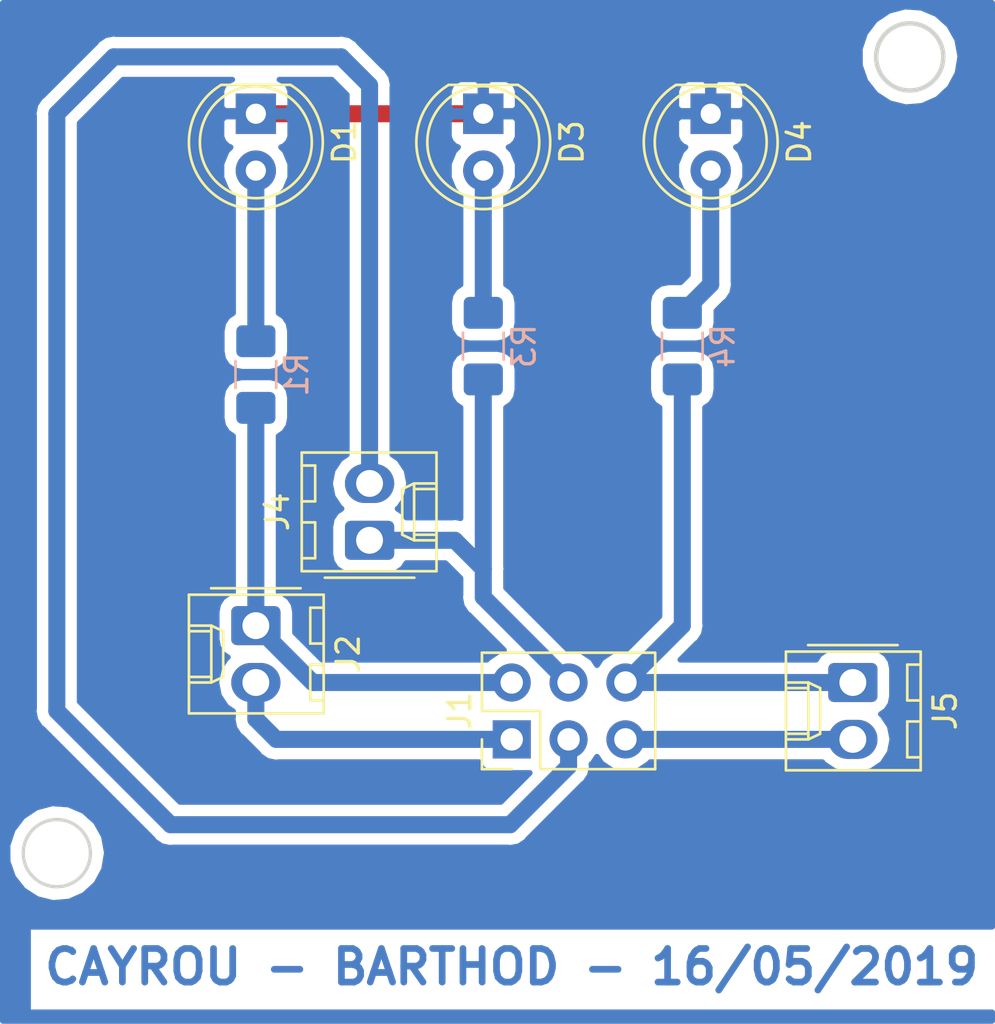
<source format=kicad_pcb>
(kicad_pcb (version 20171130) (host pcbnew 5.0.2-bee76a0~70~ubuntu16.04.1)

  (general
    (thickness 1.6)
    (drawings 3)
    (tracks 30)
    (zones 0)
    (modules 10)
    (nets 11)
  )

  (page A4)
  (title_block
    (title "Carte Facade petit rebot")
    (date 2019-05-16)
    (rev v1)
    (company "Club Robot")
  )

  (layers
    (0 F.Cu signal)
    (31 B.Cu signal)
    (32 B.Adhes user)
    (33 F.Adhes user)
    (34 B.Paste user)
    (35 F.Paste user)
    (36 B.SilkS user)
    (37 F.SilkS user)
    (38 B.Mask user)
    (39 F.Mask user)
    (40 Dwgs.User user)
    (41 Cmts.User user)
    (42 Eco1.User user)
    (43 Eco2.User user)
    (44 Edge.Cuts user)
    (45 Margin user)
    (46 B.CrtYd user)
    (47 F.CrtYd user)
    (48 B.Fab user)
    (49 F.Fab user)
  )

  (setup
    (last_trace_width 0.762)
    (user_trace_width 0.254)
    (user_trace_width 0.381)
    (user_trace_width 0.762)
    (trace_clearance 0.381)
    (zone_clearance 0.508)
    (zone_45_only no)
    (trace_min 0.2)
    (segment_width 0.2)
    (edge_width 0.15)
    (via_size 0.8)
    (via_drill 0.4)
    (via_min_size 0.4)
    (via_min_drill 0.3)
    (uvia_size 0.3)
    (uvia_drill 0.1)
    (uvias_allowed no)
    (uvia_min_size 0.2)
    (uvia_min_drill 0.1)
    (pcb_text_width 0.3)
    (pcb_text_size 1.5 1.5)
    (mod_edge_width 0.15)
    (mod_text_size 1 1)
    (mod_text_width 0.15)
    (pad_size 1.425 1.75)
    (pad_drill 0)
    (pad_to_mask_clearance 0.051)
    (solder_mask_min_width 0.25)
    (aux_axis_origin 0 0)
    (visible_elements 7FFFFFFF)
    (pcbplotparams
      (layerselection 0x010fc_ffffffff)
      (usegerberextensions false)
      (usegerberattributes false)
      (usegerberadvancedattributes false)
      (creategerberjobfile false)
      (excludeedgelayer true)
      (linewidth 0.100000)
      (plotframeref false)
      (viasonmask false)
      (mode 1)
      (useauxorigin false)
      (hpglpennumber 1)
      (hpglpenspeed 20)
      (hpglpendiameter 15.000000)
      (psnegative false)
      (psa4output false)
      (plotreference true)
      (plotvalue true)
      (plotinvisibletext false)
      (padsonsilk false)
      (subtractmaskfromsilk false)
      (outputformat 1)
      (mirror false)
      (drillshape 1)
      (scaleselection 1)
      (outputdirectory ""))
  )

  (net 0 "")
  (net 1 GND)
  (net 2 "Net-(D1-Pad2)")
  (net 3 "Net-(D3-Pad2)")
  (net 4 "Net-(D4-Pad2)")
  (net 5 +5V)
  (net 6 +7.5V)
  (net 7 +15V)
  (net 8 "Net-(J1-Pad6)")
  (net 9 "Net-(J1-Pad2)")
  (net 10 "Net-(J1-Pad4)")

  (net_class Default "This is the default net class."
    (clearance 0.381)
    (trace_width 0.381)
    (via_dia 0.8)
    (via_drill 0.4)
    (uvia_dia 0.3)
    (uvia_drill 0.1)
    (add_net +15V)
    (add_net +5V)
    (add_net +7.5V)
    (add_net GND)
    (add_net "Net-(D1-Pad2)")
    (add_net "Net-(D3-Pad2)")
    (add_net "Net-(D4-Pad2)")
    (add_net "Net-(J1-Pad2)")
    (add_net "Net-(J1-Pad4)")
    (add_net "Net-(J1-Pad6)")
  )

  (module LED_THT:LED_D5.0mm (layer F.Cu) (tedit 5995936A) (tstamp 5CB29FB5)
    (at 91.44 44.45 270)
    (descr "LED, diameter 5.0mm, 2 pins, http://cdn-reichelt.de/documents/datenblatt/A500/LL-504BC2E-009.pdf")
    (tags "LED diameter 5.0mm 2 pins")
    (path /5CA62E8F)
    (fp_text reference D3 (at 1.27 -3.96 270) (layer F.SilkS)
      (effects (font (size 1 1) (thickness 0.15)))
    )
    (fp_text value LED (at 1.27 3.96 270) (layer F.Fab)
      (effects (font (size 1 1) (thickness 0.15)))
    )
    (fp_arc (start 1.27 0) (end -1.23 -1.469694) (angle 299.1) (layer F.Fab) (width 0.1))
    (fp_arc (start 1.27 0) (end -1.29 -1.54483) (angle 148.9) (layer F.SilkS) (width 0.12))
    (fp_arc (start 1.27 0) (end -1.29 1.54483) (angle -148.9) (layer F.SilkS) (width 0.12))
    (fp_circle (center 1.27 0) (end 3.77 0) (layer F.Fab) (width 0.1))
    (fp_circle (center 1.27 0) (end 3.77 0) (layer F.SilkS) (width 0.12))
    (fp_line (start -1.23 -1.469694) (end -1.23 1.469694) (layer F.Fab) (width 0.1))
    (fp_line (start -1.29 -1.545) (end -1.29 1.545) (layer F.SilkS) (width 0.12))
    (fp_line (start -1.95 -3.25) (end -1.95 3.25) (layer F.CrtYd) (width 0.05))
    (fp_line (start -1.95 3.25) (end 4.5 3.25) (layer F.CrtYd) (width 0.05))
    (fp_line (start 4.5 3.25) (end 4.5 -3.25) (layer F.CrtYd) (width 0.05))
    (fp_line (start 4.5 -3.25) (end -1.95 -3.25) (layer F.CrtYd) (width 0.05))
    (fp_text user %R (at 1.25 0 270) (layer F.Fab)
      (effects (font (size 0.8 0.8) (thickness 0.2)))
    )
    (pad 1 thru_hole rect (at 0 0 270) (size 1.8 1.8) (drill 0.9) (layers *.Cu *.Mask)
      (net 1 GND))
    (pad 2 thru_hole circle (at 2.54 0 270) (size 1.8 1.8) (drill 0.9) (layers *.Cu *.Mask)
      (net 3 "Net-(D3-Pad2)"))
    (model ${KISYS3DMOD}/LED_THT.3dshapes/LED_D5.0mm.wrl
      (at (xyz 0 0 0))
      (scale (xyz 1 1 1))
      (rotate (xyz 0 0 0))
    )
  )

  (module Resistor_SMD:R_1206_3216Metric_Pad1.42x1.75mm_HandSolder (layer B.Cu) (tedit 5B301BBD) (tstamp 5CDD7056)
    (at 100.33 54.8275 90)
    (descr "Resistor SMD 1206 (3216 Metric), square (rectangular) end terminal, IPC_7351 nominal with elongated pad for handsoldering. (Body size source: http://www.tortai-tech.com/upload/download/2011102023233369053.pdf), generated with kicad-footprint-generator")
    (tags "resistor handsolder")
    (path /5CA630CB)
    (attr smd)
    (fp_text reference R4 (at 0 1.82 90) (layer B.SilkS)
      (effects (font (size 1 1) (thickness 0.15)) (justify mirror))
    )
    (fp_text value R (at 0 -1.82 90) (layer B.Fab)
      (effects (font (size 1 1) (thickness 0.15)) (justify mirror))
    )
    (fp_text user %R (at 0 0 90) (layer B.Fab)
      (effects (font (size 0.8 0.8) (thickness 0.12)) (justify mirror))
    )
    (fp_line (start 2.45 -1.12) (end -2.45 -1.12) (layer B.CrtYd) (width 0.05))
    (fp_line (start 2.45 1.12) (end 2.45 -1.12) (layer B.CrtYd) (width 0.05))
    (fp_line (start -2.45 1.12) (end 2.45 1.12) (layer B.CrtYd) (width 0.05))
    (fp_line (start -2.45 -1.12) (end -2.45 1.12) (layer B.CrtYd) (width 0.05))
    (fp_line (start -0.602064 -0.91) (end 0.602064 -0.91) (layer B.SilkS) (width 0.12))
    (fp_line (start -0.602064 0.91) (end 0.602064 0.91) (layer B.SilkS) (width 0.12))
    (fp_line (start 1.6 -0.8) (end -1.6 -0.8) (layer B.Fab) (width 0.1))
    (fp_line (start 1.6 0.8) (end 1.6 -0.8) (layer B.Fab) (width 0.1))
    (fp_line (start -1.6 0.8) (end 1.6 0.8) (layer B.Fab) (width 0.1))
    (fp_line (start -1.6 -0.8) (end -1.6 0.8) (layer B.Fab) (width 0.1))
    (pad 2 smd roundrect (at 1.4875 0 90) (size 1.425 1.75) (layers B.Cu B.Paste B.Mask) (roundrect_rratio 0.175439)
      (net 4 "Net-(D4-Pad2)"))
    (pad 1 smd roundrect (at -1.4875 0 90) (size 1.425 1.75) (layers B.Cu B.Paste B.Mask) (roundrect_rratio 0.175439)
      (net 8 "Net-(J1-Pad6)"))
    (model ${KISYS3DMOD}/Resistor_SMD.3dshapes/R_1206_3216Metric.wrl
      (at (xyz 0 0 0))
      (scale (xyz 1 1 1))
      (rotate (xyz 0 0 0))
    )
  )

  (module Resistor_SMD:R_1206_3216Metric_Pad1.42x1.75mm_HandSolder (layer B.Cu) (tedit 5B301BBD) (tstamp 5CAF3648)
    (at 91.44 54.8275 90)
    (descr "Resistor SMD 1206 (3216 Metric), square (rectangular) end terminal, IPC_7351 nominal with elongated pad for handsoldering. (Body size source: http://www.tortai-tech.com/upload/download/2011102023233369053.pdf), generated with kicad-footprint-generator")
    (tags "resistor handsolder")
    (path /5CA62E88)
    (attr smd)
    (fp_text reference R3 (at 0 1.82 90) (layer B.SilkS)
      (effects (font (size 1 1) (thickness 0.15)) (justify mirror))
    )
    (fp_text value R (at 0 -1.82 90) (layer B.Fab)
      (effects (font (size 1 1) (thickness 0.15)) (justify mirror))
    )
    (fp_line (start -1.6 -0.8) (end -1.6 0.8) (layer B.Fab) (width 0.1))
    (fp_line (start -1.6 0.8) (end 1.6 0.8) (layer B.Fab) (width 0.1))
    (fp_line (start 1.6 0.8) (end 1.6 -0.8) (layer B.Fab) (width 0.1))
    (fp_line (start 1.6 -0.8) (end -1.6 -0.8) (layer B.Fab) (width 0.1))
    (fp_line (start -0.602064 0.91) (end 0.602064 0.91) (layer B.SilkS) (width 0.12))
    (fp_line (start -0.602064 -0.91) (end 0.602064 -0.91) (layer B.SilkS) (width 0.12))
    (fp_line (start -2.45 -1.12) (end -2.45 1.12) (layer B.CrtYd) (width 0.05))
    (fp_line (start -2.45 1.12) (end 2.45 1.12) (layer B.CrtYd) (width 0.05))
    (fp_line (start 2.45 1.12) (end 2.45 -1.12) (layer B.CrtYd) (width 0.05))
    (fp_line (start 2.45 -1.12) (end -2.45 -1.12) (layer B.CrtYd) (width 0.05))
    (fp_text user %R (at 0 0 -90) (layer B.Fab)
      (effects (font (size 0.8 0.8) (thickness 0.12)) (justify mirror))
    )
    (pad 1 smd roundrect (at -1.4875 0 90) (size 1.425 1.75) (layers B.Cu B.Paste B.Mask) (roundrect_rratio 0.175439)
      (net 10 "Net-(J1-Pad4)"))
    (pad 2 smd roundrect (at 1.4875 0 90) (size 1.425 1.75) (layers B.Cu B.Paste B.Mask) (roundrect_rratio 0.175439)
      (net 3 "Net-(D3-Pad2)"))
    (model ${KISYS3DMOD}/Resistor_SMD.3dshapes/R_1206_3216Metric.wrl
      (at (xyz 0 0 0))
      (scale (xyz 1 1 1))
      (rotate (xyz 0 0 0))
    )
  )

  (module Connector_Molex:Molex_KK-254_AE-6410-02A_1x02_P2.54mm_Vertical (layer F.Cu) (tedit 5B78013E) (tstamp 5CB2A051)
    (at 86.36 63.5 90)
    (descr "Molex KK-254 Interconnect System, old/engineering part number: AE-6410-02A example for new part number: 22-27-2021, 2 Pins (http://www.molex.com/pdm_docs/sd/022272021_sd.pdf), generated with kicad-footprint-generator")
    (tags "connector Molex KK-254 side entry")
    (path /5CA62E7B)
    (fp_text reference J4 (at 1.27 -4.12 90) (layer F.SilkS)
      (effects (font (size 1 1) (thickness 0.15)))
    )
    (fp_text value Conn_01x02 (at 1.27 4.08 90) (layer F.Fab)
      (effects (font (size 1 1) (thickness 0.15)))
    )
    (fp_line (start -1.27 -2.92) (end -1.27 2.88) (layer F.Fab) (width 0.1))
    (fp_line (start -1.27 2.88) (end 3.81 2.88) (layer F.Fab) (width 0.1))
    (fp_line (start 3.81 2.88) (end 3.81 -2.92) (layer F.Fab) (width 0.1))
    (fp_line (start 3.81 -2.92) (end -1.27 -2.92) (layer F.Fab) (width 0.1))
    (fp_line (start -1.38 -3.03) (end -1.38 2.99) (layer F.SilkS) (width 0.12))
    (fp_line (start -1.38 2.99) (end 3.92 2.99) (layer F.SilkS) (width 0.12))
    (fp_line (start 3.92 2.99) (end 3.92 -3.03) (layer F.SilkS) (width 0.12))
    (fp_line (start 3.92 -3.03) (end -1.38 -3.03) (layer F.SilkS) (width 0.12))
    (fp_line (start -1.67 -2) (end -1.67 2) (layer F.SilkS) (width 0.12))
    (fp_line (start -1.27 -0.5) (end -0.562893 0) (layer F.Fab) (width 0.1))
    (fp_line (start -0.562893 0) (end -1.27 0.5) (layer F.Fab) (width 0.1))
    (fp_line (start 0 2.99) (end 0 1.99) (layer F.SilkS) (width 0.12))
    (fp_line (start 0 1.99) (end 2.54 1.99) (layer F.SilkS) (width 0.12))
    (fp_line (start 2.54 1.99) (end 2.54 2.99) (layer F.SilkS) (width 0.12))
    (fp_line (start 0 1.99) (end 0.25 1.46) (layer F.SilkS) (width 0.12))
    (fp_line (start 0.25 1.46) (end 2.29 1.46) (layer F.SilkS) (width 0.12))
    (fp_line (start 2.29 1.46) (end 2.54 1.99) (layer F.SilkS) (width 0.12))
    (fp_line (start 0.25 2.99) (end 0.25 1.99) (layer F.SilkS) (width 0.12))
    (fp_line (start 2.29 2.99) (end 2.29 1.99) (layer F.SilkS) (width 0.12))
    (fp_line (start -0.8 -3.03) (end -0.8 -2.43) (layer F.SilkS) (width 0.12))
    (fp_line (start -0.8 -2.43) (end 0.8 -2.43) (layer F.SilkS) (width 0.12))
    (fp_line (start 0.8 -2.43) (end 0.8 -3.03) (layer F.SilkS) (width 0.12))
    (fp_line (start 1.74 -3.03) (end 1.74 -2.43) (layer F.SilkS) (width 0.12))
    (fp_line (start 1.74 -2.43) (end 3.34 -2.43) (layer F.SilkS) (width 0.12))
    (fp_line (start 3.34 -2.43) (end 3.34 -3.03) (layer F.SilkS) (width 0.12))
    (fp_line (start -1.77 -3.42) (end -1.77 3.38) (layer F.CrtYd) (width 0.05))
    (fp_line (start -1.77 3.38) (end 4.31 3.38) (layer F.CrtYd) (width 0.05))
    (fp_line (start 4.31 3.38) (end 4.31 -3.42) (layer F.CrtYd) (width 0.05))
    (fp_line (start 4.31 -3.42) (end -1.77 -3.42) (layer F.CrtYd) (width 0.05))
    (fp_text user %R (at 1.27 -2.22 90) (layer F.Fab)
      (effects (font (size 1 1) (thickness 0.15)))
    )
    (pad 1 thru_hole roundrect (at 0 0 90) (size 1.74 2.2) (drill 1.2) (layers *.Cu *.Mask) (roundrect_rratio 0.143678)
      (net 10 "Net-(J1-Pad4)"))
    (pad 2 thru_hole oval (at 2.54 0 90) (size 1.74 2.2) (drill 1.2) (layers *.Cu *.Mask)
      (net 6 +7.5V))
    (model ${KISYS3DMOD}/Connector_Molex.3dshapes/Molex_KK-254_AE-6410-02A_1x02_P2.54mm_Vertical.wrl
      (at (xyz 0 0 0))
      (scale (xyz 1 1 1))
      (rotate (xyz 0 0 0))
    )
  )

  (module LED_THT:LED_D5.0mm (layer F.Cu) (tedit 5995936A) (tstamp 5CB29F91)
    (at 81.28 44.45 270)
    (descr "LED, diameter 5.0mm, 2 pins, http://cdn-reichelt.de/documents/datenblatt/A500/LL-504BC2E-009.pdf")
    (tags "LED diameter 5.0mm 2 pins")
    (path /5CA610AA)
    (fp_text reference D1 (at 1.27 -3.96 270) (layer F.SilkS)
      (effects (font (size 1 1) (thickness 0.15)))
    )
    (fp_text value LED (at 1.27 3.844999 270) (layer F.Fab)
      (effects (font (size 1 1) (thickness 0.15)))
    )
    (fp_arc (start 1.27 0) (end -1.23 -1.469694) (angle 299.1) (layer F.Fab) (width 0.1))
    (fp_arc (start 1.27 0) (end -1.29 -1.54483) (angle 148.9) (layer F.SilkS) (width 0.12))
    (fp_arc (start 1.27 0) (end -1.29 1.54483) (angle -148.9) (layer F.SilkS) (width 0.12))
    (fp_circle (center 1.27 0) (end 3.77 0) (layer F.Fab) (width 0.1))
    (fp_circle (center 1.27 0) (end 3.77 0) (layer F.SilkS) (width 0.12))
    (fp_line (start -1.23 -1.469694) (end -1.23 1.469694) (layer F.Fab) (width 0.1))
    (fp_line (start -1.29 -1.545) (end -1.29 1.545) (layer F.SilkS) (width 0.12))
    (fp_line (start -1.95 -3.25) (end -1.95 3.25) (layer F.CrtYd) (width 0.05))
    (fp_line (start -1.95 3.25) (end 4.5 3.25) (layer F.CrtYd) (width 0.05))
    (fp_line (start 4.5 3.25) (end 4.5 -3.25) (layer F.CrtYd) (width 0.05))
    (fp_line (start 4.5 -3.25) (end -1.95 -3.25) (layer F.CrtYd) (width 0.05))
    (fp_text user %R (at 1.25 0 270) (layer F.Fab)
      (effects (font (size 0.8 0.8) (thickness 0.2)))
    )
    (pad 1 thru_hole rect (at 0 0 270) (size 1.8 1.8) (drill 0.9) (layers *.Cu *.Mask)
      (net 1 GND))
    (pad 2 thru_hole circle (at 2.54 0 270) (size 1.8 1.8) (drill 0.9) (layers *.Cu *.Mask)
      (net 2 "Net-(D1-Pad2)"))
    (model ${KISYS3DMOD}/LED_THT.3dshapes/LED_D5.0mm.wrl
      (at (xyz 0 0 0))
      (scale (xyz 1 1 1))
      (rotate (xyz 0 0 0))
    )
  )

  (module Connector_PinHeader_2.54mm:PinHeader_2x03_P2.54mm_Vertical (layer F.Cu) (tedit 59FED5CC) (tstamp 5CDD6C5D)
    (at 92.71 72.39 90)
    (descr "Through hole straight pin header, 2x03, 2.54mm pitch, double rows")
    (tags "Through hole pin header THT 2x03 2.54mm double row")
    (path /5CDD887E)
    (fp_text reference J1 (at 1.27 -2.33 90) (layer F.SilkS)
      (effects (font (size 1 1) (thickness 0.15)))
    )
    (fp_text value Conn_02x03_Odd_Even (at 1.27 7.41 90) (layer F.Fab)
      (effects (font (size 1 1) (thickness 0.15)))
    )
    (fp_line (start 0 -1.27) (end 3.81 -1.27) (layer F.Fab) (width 0.1))
    (fp_line (start 3.81 -1.27) (end 3.81 6.35) (layer F.Fab) (width 0.1))
    (fp_line (start 3.81 6.35) (end -1.27 6.35) (layer F.Fab) (width 0.1))
    (fp_line (start -1.27 6.35) (end -1.27 0) (layer F.Fab) (width 0.1))
    (fp_line (start -1.27 0) (end 0 -1.27) (layer F.Fab) (width 0.1))
    (fp_line (start -1.33 6.41) (end 3.87 6.41) (layer F.SilkS) (width 0.12))
    (fp_line (start -1.33 1.27) (end -1.33 6.41) (layer F.SilkS) (width 0.12))
    (fp_line (start 3.87 -1.33) (end 3.87 6.41) (layer F.SilkS) (width 0.12))
    (fp_line (start -1.33 1.27) (end 1.27 1.27) (layer F.SilkS) (width 0.12))
    (fp_line (start 1.27 1.27) (end 1.27 -1.33) (layer F.SilkS) (width 0.12))
    (fp_line (start 1.27 -1.33) (end 3.87 -1.33) (layer F.SilkS) (width 0.12))
    (fp_line (start -1.33 0) (end -1.33 -1.33) (layer F.SilkS) (width 0.12))
    (fp_line (start -1.33 -1.33) (end 0 -1.33) (layer F.SilkS) (width 0.12))
    (fp_line (start -1.8 -1.8) (end -1.8 6.85) (layer F.CrtYd) (width 0.05))
    (fp_line (start -1.8 6.85) (end 4.35 6.85) (layer F.CrtYd) (width 0.05))
    (fp_line (start 4.35 6.85) (end 4.35 -1.8) (layer F.CrtYd) (width 0.05))
    (fp_line (start 4.35 -1.8) (end -1.8 -1.8) (layer F.CrtYd) (width 0.05))
    (fp_text user %R (at 1.27 2.54 180) (layer F.Fab)
      (effects (font (size 1 1) (thickness 0.15)))
    )
    (pad 1 thru_hole rect (at 0 0 90) (size 1.7 1.7) (drill 1) (layers *.Cu *.Mask)
      (net 5 +5V))
    (pad 2 thru_hole oval (at 2.54 0 90) (size 1.7 1.7) (drill 1) (layers *.Cu *.Mask)
      (net 9 "Net-(J1-Pad2)"))
    (pad 3 thru_hole oval (at 0 2.54 90) (size 1.7 1.7) (drill 1) (layers *.Cu *.Mask)
      (net 6 +7.5V))
    (pad 4 thru_hole oval (at 2.54 2.54 90) (size 1.7 1.7) (drill 1) (layers *.Cu *.Mask)
      (net 10 "Net-(J1-Pad4)"))
    (pad 5 thru_hole oval (at 0 5.08 90) (size 1.7 1.7) (drill 1) (layers *.Cu *.Mask)
      (net 7 +15V))
    (pad 6 thru_hole oval (at 2.54 5.08 90) (size 1.7 1.7) (drill 1) (layers *.Cu *.Mask)
      (net 8 "Net-(J1-Pad6)"))
    (model ${KISYS3DMOD}/Connector_PinHeader_2.54mm.3dshapes/PinHeader_2x03_P2.54mm_Vertical.wrl
      (at (xyz 0 0 0))
      (scale (xyz 1 1 1))
      (rotate (xyz 0 0 0))
    )
  )

  (module LED_THT:LED_D5.0mm (layer F.Cu) (tedit 5995936A) (tstamp 5CB29FC7)
    (at 101.6 44.45 270)
    (descr "LED, diameter 5.0mm, 2 pins, http://cdn-reichelt.de/documents/datenblatt/A500/LL-504BC2E-009.pdf")
    (tags "LED diameter 5.0mm 2 pins")
    (path /5CA630D2)
    (fp_text reference D4 (at 1.27 -3.96 270) (layer F.SilkS)
      (effects (font (size 1 1) (thickness 0.15)))
    )
    (fp_text value LED (at 1.27 3.96 270) (layer F.Fab)
      (effects (font (size 1 1) (thickness 0.15)))
    )
    (fp_text user %R (at 1.25 0 270) (layer F.Fab)
      (effects (font (size 0.8 0.8) (thickness 0.2)))
    )
    (fp_line (start 4.5 -3.25) (end -1.95 -3.25) (layer F.CrtYd) (width 0.05))
    (fp_line (start 4.5 3.25) (end 4.5 -3.25) (layer F.CrtYd) (width 0.05))
    (fp_line (start -1.95 3.25) (end 4.5 3.25) (layer F.CrtYd) (width 0.05))
    (fp_line (start -1.95 -3.25) (end -1.95 3.25) (layer F.CrtYd) (width 0.05))
    (fp_line (start -1.29 -1.545) (end -1.29 1.545) (layer F.SilkS) (width 0.12))
    (fp_line (start -1.23 -1.469694) (end -1.23 1.469694) (layer F.Fab) (width 0.1))
    (fp_circle (center 1.27 0) (end 3.77 0) (layer F.SilkS) (width 0.12))
    (fp_circle (center 1.27 0) (end 3.77 0) (layer F.Fab) (width 0.1))
    (fp_arc (start 1.27 0) (end -1.29 1.54483) (angle -148.9) (layer F.SilkS) (width 0.12))
    (fp_arc (start 1.27 0) (end -1.29 -1.54483) (angle 148.9) (layer F.SilkS) (width 0.12))
    (fp_arc (start 1.27 0) (end -1.23 -1.469694) (angle 299.1) (layer F.Fab) (width 0.1))
    (pad 2 thru_hole circle (at 2.54 0 270) (size 1.8 1.8) (drill 0.9) (layers *.Cu *.Mask)
      (net 4 "Net-(D4-Pad2)"))
    (pad 1 thru_hole rect (at 0 0 270) (size 1.8 1.8) (drill 0.9) (layers *.Cu *.Mask)
      (net 1 GND))
    (model ${KISYS3DMOD}/LED_THT.3dshapes/LED_D5.0mm.wrl
      (at (xyz 0 0 0))
      (scale (xyz 1 1 1))
      (rotate (xyz 0 0 0))
    )
  )

  (module Resistor_SMD:R_1206_3216Metric_Pad1.42x1.75mm_HandSolder (layer B.Cu) (tedit 5B301BBD) (tstamp 5CB2BEA9)
    (at 81.28 56.0975 90)
    (descr "Resistor SMD 1206 (3216 Metric), square (rectangular) end terminal, IPC_7351 nominal with elongated pad for handsoldering. (Body size source: http://www.tortai-tech.com/upload/download/2011102023233369053.pdf), generated with kicad-footprint-generator")
    (tags "resistor handsolder")
    (path /5CA60DBF)
    (attr smd)
    (fp_text reference R1 (at 0 1.82 90) (layer B.SilkS)
      (effects (font (size 1 1) (thickness 0.15)) (justify mirror))
    )
    (fp_text value R (at 0 -1.82 90) (layer B.Fab)
      (effects (font (size 1 1) (thickness 0.15)) (justify mirror))
    )
    (fp_line (start -1.6 -0.8) (end -1.6 0.8) (layer B.Fab) (width 0.1))
    (fp_line (start -1.6 0.8) (end 1.6 0.8) (layer B.Fab) (width 0.1))
    (fp_line (start 1.6 0.8) (end 1.6 -0.8) (layer B.Fab) (width 0.1))
    (fp_line (start 1.6 -0.8) (end -1.6 -0.8) (layer B.Fab) (width 0.1))
    (fp_line (start -0.602064 0.91) (end 0.602064 0.91) (layer B.SilkS) (width 0.12))
    (fp_line (start -0.602064 -0.91) (end 0.602064 -0.91) (layer B.SilkS) (width 0.12))
    (fp_line (start -2.45 -1.12) (end -2.45 1.12) (layer B.CrtYd) (width 0.05))
    (fp_line (start -2.45 1.12) (end 2.45 1.12) (layer B.CrtYd) (width 0.05))
    (fp_line (start 2.45 1.12) (end 2.45 -1.12) (layer B.CrtYd) (width 0.05))
    (fp_line (start 2.45 -1.12) (end -2.45 -1.12) (layer B.CrtYd) (width 0.05))
    (fp_text user %R (at -1.0525 0 90) (layer B.Fab)
      (effects (font (size 0.8 0.8) (thickness 0.12)) (justify mirror))
    )
    (pad 1 smd roundrect (at -1.4875 0 90) (size 1.425 1.75) (layers B.Cu B.Paste B.Mask) (roundrect_rratio 0.175439)
      (net 9 "Net-(J1-Pad2)"))
    (pad 2 smd roundrect (at 1.4875 0 90) (size 1.425 1.75) (layers B.Cu B.Paste B.Mask) (roundrect_rratio 0.175439)
      (net 2 "Net-(D1-Pad2)"))
    (model ${KISYS3DMOD}/Resistor_SMD.3dshapes/R_1206_3216Metric.wrl
      (at (xyz 0 0 0))
      (scale (xyz 1 1 1))
      (rotate (xyz 0 0 0))
    )
  )

  (module Connector_Molex:Molex_KK-254_AE-6410-02A_1x02_P2.54mm_Vertical (layer F.Cu) (tedit 5B78013E) (tstamp 5CB2A075)
    (at 107.95 69.85 270)
    (descr "Molex KK-254 Interconnect System, old/engineering part number: AE-6410-02A example for new part number: 22-27-2021, 2 Pins (http://www.molex.com/pdm_docs/sd/022272021_sd.pdf), generated with kicad-footprint-generator")
    (tags "connector Molex KK-254 side entry")
    (path /5CA630BE)
    (fp_text reference J5 (at 1.27 -4.12 270) (layer F.SilkS)
      (effects (font (size 1 1) (thickness 0.15)))
    )
    (fp_text value Conn_01x02 (at 1.27 4.08 270) (layer F.Fab)
      (effects (font (size 1 1) (thickness 0.15)))
    )
    (fp_text user %R (at 1.27 -2.54 270) (layer F.Fab)
      (effects (font (size 1 1) (thickness 0.15)))
    )
    (fp_line (start 4.31 -3.42) (end -1.77 -3.42) (layer F.CrtYd) (width 0.05))
    (fp_line (start 4.31 3.38) (end 4.31 -3.42) (layer F.CrtYd) (width 0.05))
    (fp_line (start -1.77 3.38) (end 4.31 3.38) (layer F.CrtYd) (width 0.05))
    (fp_line (start -1.77 -3.42) (end -1.77 3.38) (layer F.CrtYd) (width 0.05))
    (fp_line (start 3.34 -2.43) (end 3.34 -3.03) (layer F.SilkS) (width 0.12))
    (fp_line (start 1.74 -2.43) (end 3.34 -2.43) (layer F.SilkS) (width 0.12))
    (fp_line (start 1.74 -3.03) (end 1.74 -2.43) (layer F.SilkS) (width 0.12))
    (fp_line (start 0.8 -2.43) (end 0.8 -3.03) (layer F.SilkS) (width 0.12))
    (fp_line (start -0.8 -2.43) (end 0.8 -2.43) (layer F.SilkS) (width 0.12))
    (fp_line (start -0.8 -3.03) (end -0.8 -2.43) (layer F.SilkS) (width 0.12))
    (fp_line (start 2.29 2.99) (end 2.29 1.99) (layer F.SilkS) (width 0.12))
    (fp_line (start 0.25 2.99) (end 0.25 1.99) (layer F.SilkS) (width 0.12))
    (fp_line (start 2.29 1.46) (end 2.54 1.99) (layer F.SilkS) (width 0.12))
    (fp_line (start 0.25 1.46) (end 2.29 1.46) (layer F.SilkS) (width 0.12))
    (fp_line (start 0 1.99) (end 0.25 1.46) (layer F.SilkS) (width 0.12))
    (fp_line (start 2.54 1.99) (end 2.54 2.99) (layer F.SilkS) (width 0.12))
    (fp_line (start 0 1.99) (end 2.54 1.99) (layer F.SilkS) (width 0.12))
    (fp_line (start 0 2.99) (end 0 1.99) (layer F.SilkS) (width 0.12))
    (fp_line (start -0.562893 0) (end -1.27 0.5) (layer F.Fab) (width 0.1))
    (fp_line (start -1.27 -0.5) (end -0.562893 0) (layer F.Fab) (width 0.1))
    (fp_line (start -1.67 -2) (end -1.67 2) (layer F.SilkS) (width 0.12))
    (fp_line (start 3.92 -3.03) (end -1.38 -3.03) (layer F.SilkS) (width 0.12))
    (fp_line (start 3.92 2.99) (end 3.92 -3.03) (layer F.SilkS) (width 0.12))
    (fp_line (start -1.38 2.99) (end 3.92 2.99) (layer F.SilkS) (width 0.12))
    (fp_line (start -1.38 -3.03) (end -1.38 2.99) (layer F.SilkS) (width 0.12))
    (fp_line (start 3.81 -2.92) (end -1.27 -2.92) (layer F.Fab) (width 0.1))
    (fp_line (start 3.81 2.88) (end 3.81 -2.92) (layer F.Fab) (width 0.1))
    (fp_line (start -1.27 2.88) (end 3.81 2.88) (layer F.Fab) (width 0.1))
    (fp_line (start -1.27 -2.92) (end -1.27 2.88) (layer F.Fab) (width 0.1))
    (pad 2 thru_hole oval (at 2.54 0 270) (size 1.74 2.2) (drill 1.2) (layers *.Cu *.Mask)
      (net 7 +15V))
    (pad 1 thru_hole roundrect (at 0 0 270) (size 1.74 2.2) (drill 1.2) (layers *.Cu *.Mask) (roundrect_rratio 0.143678)
      (net 8 "Net-(J1-Pad6)"))
    (model ${KISYS3DMOD}/Connector_Molex.3dshapes/Molex_KK-254_AE-6410-02A_1x02_P2.54mm_Vertical.wrl
      (at (xyz 0 0 0))
      (scale (xyz 1 1 1))
      (rotate (xyz 0 0 0))
    )
  )

  (module Connector_Molex:Molex_KK-254_AE-6410-02A_1x02_P2.54mm_Vertical (layer F.Cu) (tedit 5CDD6B6C) (tstamp 5CB2A009)
    (at 81.28 67.31 270)
    (descr "Molex KK-254 Interconnect System, old/engineering part number: AE-6410-02A example for new part number: 22-27-2021, 2 Pins (http://www.molex.com/pdm_docs/sd/022272021_sd.pdf), generated with kicad-footprint-generator")
    (tags "connector Molex KK-254 side entry")
    (path /5CA609F8)
    (fp_text reference J2 (at 1.27 -4.12 270) (layer F.SilkS)
      (effects (font (size 1 1) (thickness 0.15)))
    )
    (fp_text value Conn_01x02 (at 1.27 4.08 270) (layer F.Fab)
      (effects (font (size 1 1) (thickness 0.15)))
    )
    (fp_line (start -1.27 -2.92) (end -1.27 2.88) (layer F.Fab) (width 0.1))
    (fp_line (start -1.27 2.88) (end 3.81 2.88) (layer F.Fab) (width 0.1))
    (fp_line (start 3.81 2.88) (end 3.81 -2.92) (layer F.Fab) (width 0.1))
    (fp_line (start 3.81 -2.92) (end -1.27 -2.92) (layer F.Fab) (width 0.1))
    (fp_line (start -1.38 -3.03) (end -1.38 2.99) (layer F.SilkS) (width 0.12))
    (fp_line (start -1.38 2.99) (end 3.92 2.99) (layer F.SilkS) (width 0.12))
    (fp_line (start 3.92 2.99) (end 3.92 -3.03) (layer F.SilkS) (width 0.12))
    (fp_line (start 3.92 -3.03) (end -1.38 -3.03) (layer F.SilkS) (width 0.12))
    (fp_line (start -1.67 -2) (end -1.67 2) (layer F.SilkS) (width 0.12))
    (fp_line (start -1.27 -0.5) (end -0.562893 0) (layer F.Fab) (width 0.1))
    (fp_line (start -0.562893 0) (end -1.27 0.5) (layer F.Fab) (width 0.1))
    (fp_line (start 0 2.99) (end 0 1.99) (layer F.SilkS) (width 0.12))
    (fp_line (start 0 1.99) (end 2.54 1.99) (layer F.SilkS) (width 0.12))
    (fp_line (start 2.54 1.99) (end 2.54 2.99) (layer F.SilkS) (width 0.12))
    (fp_line (start 0 1.99) (end 0.25 1.46) (layer F.SilkS) (width 0.12))
    (fp_line (start 0.25 1.46) (end 2.29 1.46) (layer F.SilkS) (width 0.12))
    (fp_line (start 2.29 1.46) (end 2.54 1.99) (layer F.SilkS) (width 0.12))
    (fp_line (start 0.25 2.99) (end 0.25 1.99) (layer F.SilkS) (width 0.12))
    (fp_line (start 2.29 2.99) (end 2.29 1.99) (layer F.SilkS) (width 0.12))
    (fp_line (start -0.8 -3.03) (end -0.8 -2.43) (layer F.SilkS) (width 0.12))
    (fp_line (start -0.8 -2.43) (end 0.8 -2.43) (layer F.SilkS) (width 0.12))
    (fp_line (start 0.8 -2.43) (end 0.8 -3.03) (layer F.SilkS) (width 0.12))
    (fp_line (start 1.74 -3.03) (end 1.74 -2.43) (layer F.SilkS) (width 0.12))
    (fp_line (start 1.74 -2.43) (end 3.34 -2.43) (layer F.SilkS) (width 0.12))
    (fp_line (start 3.34 -2.43) (end 3.34 -3.03) (layer F.SilkS) (width 0.12))
    (fp_line (start -1.77 -3.42) (end -1.77 3.38) (layer F.CrtYd) (width 0.05))
    (fp_line (start -1.77 3.38) (end 4.31 3.38) (layer F.CrtYd) (width 0.05))
    (fp_line (start 4.31 3.38) (end 4.31 -3.42) (layer F.CrtYd) (width 0.05))
    (fp_line (start 4.31 -3.42) (end -1.77 -3.42) (layer F.CrtYd) (width 0.05))
    (fp_text user %R (at 1.27 0 270) (layer F.Fab)
      (effects (font (size 1 1) (thickness 0.15)))
    )
    (pad 1 thru_hole roundrect (at 0 0 270) (size 1.74 2.2) (drill 1.2) (layers *.Cu *.Mask) (roundrect_rratio 0.143678)
      (net 9 "Net-(J1-Pad2)"))
    (pad 2 thru_hole oval (at 2.54 0 270) (size 1.74 2.2) (drill 1.2) (layers *.Cu *.Mask)
      (net 5 +5V))
    (model ${KISYS3DMOD}/Connector_Molex.3dshapes/Molex_KK-254_AE-6410-02A_1x02_P2.54mm_Vertical.wrl
      (at (xyz 0 0 0))
      (scale (xyz 1 1 1))
      (rotate (xyz 0 0 0))
    )
  )

  (gr_circle (center 72.39 77.47) (end 73.89 77.47) (layer Edge.Cuts) (width 0.15))
  (gr_circle (center 110.49 41.91) (end 111.99 41.91) (layer Edge.Cuts) (width 0.2))
  (gr_text "CAYROU - BARTHOD - 16/05/2019" (at 92.71 82.55) (layer B.Cu)
    (effects (font (size 1.5 1.5) (thickness 0.3)))
  )

  (segment (start 81.28 44.45) (end 91.44 44.45) (width 0.762) (layer F.Cu) (net 1))
  (segment (start 81.28 54.61) (end 81.28 46.99) (width 0.762) (layer B.Cu) (net 2))
  (segment (start 91.44 53.34) (end 91.44 46.99) (width 0.762) (layer B.Cu) (net 3))
  (segment (start 101.6 52.07) (end 100.33 53.34) (width 0.762) (layer B.Cu) (net 4))
  (segment (start 101.6 46.99) (end 101.6 52.07) (width 0.762) (layer B.Cu) (net 4))
  (segment (start 81.28 71.482) (end 81.28 69.85) (width 0.762) (layer B.Cu) (net 5))
  (segment (start 82.188 72.39) (end 81.28 71.482) (width 0.762) (layer B.Cu) (net 5))
  (segment (start 92.71 72.39) (end 82.188 72.39) (width 0.762) (layer B.Cu) (net 5))
  (segment (start 95.25 73.592081) (end 95.25 72.39) (width 0.762) (layer B.Cu) (net 6))
  (segment (start 92.642081 76.2) (end 95.25 73.592081) (width 0.762) (layer B.Cu) (net 6))
  (segment (start 77.47 76.2) (end 92.642081 76.2) (width 0.762) (layer B.Cu) (net 6))
  (segment (start 72.39 71.12) (end 77.47 76.2) (width 0.762) (layer B.Cu) (net 6))
  (segment (start 72.39 44.45) (end 72.39 71.12) (width 0.762) (layer B.Cu) (net 6))
  (segment (start 86.36 60.96) (end 86.36 43.18) (width 0.762) (layer B.Cu) (net 6))
  (segment (start 86.36 43.18) (end 85.09 41.91) (width 0.762) (layer B.Cu) (net 6))
  (segment (start 85.09 41.91) (end 74.93 41.91) (width 0.762) (layer B.Cu) (net 6))
  (segment (start 74.93 41.91) (end 72.39 44.45) (width 0.762) (layer B.Cu) (net 6))
  (segment (start 107.95 72.39) (end 99.06 72.39) (width 0.762) (layer B.Cu) (net 7))
  (segment (start 97.79 72.39) (end 99.06 72.39) (width 0.762) (layer B.Cu) (net 7))
  (segment (start 100.33 67.31) (end 97.79 69.85) (width 0.762) (layer B.Cu) (net 8))
  (segment (start 100.33 56.315) (end 100.33 67.31) (width 0.762) (layer B.Cu) (net 8))
  (segment (start 97.79 69.85) (end 107.95 69.85) (width 0.762) (layer B.Cu) (net 8))
  (segment (start 83.82 69.85) (end 81.28 67.31) (width 0.762) (layer B.Cu) (net 9))
  (segment (start 92.71 69.85) (end 83.82 69.85) (width 0.762) (layer B.Cu) (net 9))
  (segment (start 81.28 57.585) (end 81.28 67.31) (width 0.762) (layer B.Cu) (net 9))
  (segment (start 91.44 66.04) (end 95.25 69.85) (width 0.762) (layer B.Cu) (net 10))
  (segment (start 90.17 63.5) (end 91.44 64.77) (width 0.762) (layer B.Cu) (net 10))
  (segment (start 91.44 64.77) (end 91.44 66.04) (width 0.762) (layer B.Cu) (net 10))
  (segment (start 86.36 63.5) (end 90.17 63.5) (width 0.762) (layer B.Cu) (net 10))
  (segment (start 91.44 56.315) (end 91.44 64.77) (width 0.762) (layer B.Cu) (net 10))

  (zone (net 1) (net_name GND) (layer B.Cu) (tstamp 5CDD778B) (hatch edge 0.508)
    (connect_pads (clearance 0.508))
    (min_thickness 0.254)
    (fill yes (arc_segments 16) (thermal_gap 0.508) (thermal_bridge_width 0.508))
    (polygon
      (pts
        (xy 69.85 39.37) (xy 114.3 39.37) (xy 114.3 85.09) (xy 69.85 85.09)
      )
    )
    (filled_polygon
      (pts
        (xy 114.173 80.76) (xy 71.103572 80.76) (xy 71.103572 84.58) (xy 114.173 84.58) (xy 114.173 84.963)
        (xy 69.977 84.963) (xy 69.977 77.121151) (xy 70.187455 77.121151) (xy 70.193206 77.853402) (xy 70.435836 78.544311)
        (xy 70.889182 79.119377) (xy 71.50436 79.516593) (xy 72.215036 79.693126) (xy 72.944578 79.62994) (xy 73.614321 79.33385)
        (xy 74.152046 78.836783) (xy 74.49977 78.192336) (xy 74.62 77.47) (xy 74.619725 77.434973) (xy 74.488164 76.714614)
        (xy 74.13036 76.075709) (xy 73.584894 75.587149) (xy 72.910583 75.301615) (xy 72.180138 75.249897) (xy 71.472323 75.437571)
        (xy 70.86346 75.8444) (xy 70.419203 76.426517) (xy 70.187455 77.121151) (xy 69.977 77.121151) (xy 69.977 44.45)
        (xy 71.354096 44.45) (xy 71.374 44.550063) (xy 71.374001 71.019932) (xy 71.354096 71.12) (xy 71.40462 71.374)
        (xy 71.43295 71.516423) (xy 71.657506 71.852495) (xy 71.742338 71.909178) (xy 76.680822 76.847663) (xy 76.737505 76.932495)
        (xy 77.073577 77.157051) (xy 77.369935 77.216) (xy 77.369936 77.216) (xy 77.47 77.235904) (xy 77.570063 77.216)
        (xy 92.542018 77.216) (xy 92.642081 77.235904) (xy 92.742144 77.216) (xy 92.742146 77.216) (xy 93.038504 77.157051)
        (xy 93.374576 76.932495) (xy 93.431261 76.84766) (xy 95.897664 74.381258) (xy 95.982495 74.324576) (xy 96.207051 73.988504)
        (xy 96.266 73.692146) (xy 96.266 73.692145) (xy 96.285904 73.592082) (xy 96.266896 73.496525) (xy 96.320625 73.460625)
        (xy 96.52 73.162239) (xy 96.719375 73.460625) (xy 97.210582 73.788839) (xy 97.643744 73.875) (xy 97.936256 73.875)
        (xy 98.369418 73.788839) (xy 98.860625 73.460625) (xy 98.897124 73.406) (xy 106.588822 73.406) (xy 106.634956 73.475044)
        (xy 107.132778 73.807678) (xy 107.571774 73.895) (xy 108.328226 73.895) (xy 108.767222 73.807678) (xy 109.265044 73.475044)
        (xy 109.597678 72.977222) (xy 109.714484 72.39) (xy 109.597678 71.802778) (xy 109.265044 71.304956) (xy 109.199878 71.261413)
        (xy 109.434586 71.104586) (xy 109.629127 70.813436) (xy 109.69744 70.470001) (xy 109.69744 69.229999) (xy 109.629127 68.886564)
        (xy 109.434586 68.595414) (xy 109.143436 68.400873) (xy 108.800001 68.33256) (xy 107.099999 68.33256) (xy 106.756564 68.400873)
        (xy 106.465414 68.595414) (xy 106.305995 68.834) (xy 100.242841 68.834) (xy 100.977663 68.099178) (xy 101.062495 68.042495)
        (xy 101.287051 67.706423) (xy 101.346 67.410065) (xy 101.365904 67.310001) (xy 101.346 67.209937) (xy 101.346 57.574844)
        (xy 101.589586 57.412086) (xy 101.784126 57.120935) (xy 101.85244 56.7775) (xy 101.85244 55.8525) (xy 101.784126 55.509065)
        (xy 101.589586 55.217914) (xy 101.298435 55.023374) (xy 100.955 54.95506) (xy 99.705 54.95506) (xy 99.361565 55.023374)
        (xy 99.070414 55.217914) (xy 98.875874 55.509065) (xy 98.80756 55.8525) (xy 98.80756 56.7775) (xy 98.875874 57.120935)
        (xy 99.070414 57.412086) (xy 99.314 57.574844) (xy 99.314001 66.889158) (xy 97.83816 68.365) (xy 97.643744 68.365)
        (xy 97.210582 68.451161) (xy 96.719375 68.779375) (xy 96.52 69.077761) (xy 96.320625 68.779375) (xy 95.829418 68.451161)
        (xy 95.396256 68.365) (xy 95.201841 68.365) (xy 92.456 65.61916) (xy 92.456 64.870063) (xy 92.475904 64.769999)
        (xy 92.456 64.669935) (xy 92.456 57.574844) (xy 92.699586 57.412086) (xy 92.894126 57.120935) (xy 92.96244 56.7775)
        (xy 92.96244 55.8525) (xy 92.894126 55.509065) (xy 92.699586 55.217914) (xy 92.408435 55.023374) (xy 92.065 54.95506)
        (xy 90.815 54.95506) (xy 90.471565 55.023374) (xy 90.180414 55.217914) (xy 89.985874 55.509065) (xy 89.91756 55.8525)
        (xy 89.91756 56.7775) (xy 89.985874 57.120935) (xy 90.180414 57.412086) (xy 90.424 57.574844) (xy 90.424001 62.51462)
        (xy 90.270065 62.484) (xy 90.270063 62.484) (xy 90.17 62.464096) (xy 90.069937 62.484) (xy 88.004005 62.484)
        (xy 87.844586 62.245414) (xy 87.609878 62.088587) (xy 87.675044 62.045044) (xy 88.007678 61.547222) (xy 88.124484 60.96)
        (xy 88.007678 60.372778) (xy 87.675044 59.874956) (xy 87.376 59.675141) (xy 87.376 44.73575) (xy 89.905 44.73575)
        (xy 89.905 45.476309) (xy 90.001673 45.709698) (xy 90.180301 45.888327) (xy 90.315044 45.944139) (xy 90.13869 46.120493)
        (xy 89.905 46.68467) (xy 89.905 47.29533) (xy 90.13869 47.859507) (xy 90.424001 48.144818) (xy 90.424 52.080156)
        (xy 90.180414 52.242914) (xy 89.985874 52.534065) (xy 89.91756 52.8775) (xy 89.91756 53.8025) (xy 89.985874 54.145935)
        (xy 90.180414 54.437086) (xy 90.471565 54.631626) (xy 90.815 54.69994) (xy 92.065 54.69994) (xy 92.408435 54.631626)
        (xy 92.699586 54.437086) (xy 92.894126 54.145935) (xy 92.96244 53.8025) (xy 92.96244 52.8775) (xy 98.80756 52.8775)
        (xy 98.80756 53.8025) (xy 98.875874 54.145935) (xy 99.070414 54.437086) (xy 99.361565 54.631626) (xy 99.705 54.69994)
        (xy 100.955 54.69994) (xy 101.298435 54.631626) (xy 101.589586 54.437086) (xy 101.784126 54.145935) (xy 101.85244 53.8025)
        (xy 101.85244 53.254401) (xy 102.247663 52.859178) (xy 102.332495 52.802495) (xy 102.557051 52.466423) (xy 102.616 52.170065)
        (xy 102.635904 52.070001) (xy 102.616 51.969937) (xy 102.616 48.144817) (xy 102.90131 47.859507) (xy 103.135 47.29533)
        (xy 103.135 46.68467) (xy 102.90131 46.120493) (xy 102.724956 45.944139) (xy 102.859699 45.888327) (xy 103.038327 45.709698)
        (xy 103.135 45.476309) (xy 103.135 44.73575) (xy 102.97625 44.577) (xy 101.727 44.577) (xy 101.727 44.597)
        (xy 101.473 44.597) (xy 101.473 44.577) (xy 100.22375 44.577) (xy 100.065 44.73575) (xy 100.065 45.476309)
        (xy 100.161673 45.709698) (xy 100.340301 45.888327) (xy 100.475044 45.944139) (xy 100.29869 46.120493) (xy 100.065 46.68467)
        (xy 100.065 47.29533) (xy 100.29869 47.859507) (xy 100.584 48.144817) (xy 100.584001 51.649158) (xy 100.253099 51.98006)
        (xy 99.705 51.98006) (xy 99.361565 52.048374) (xy 99.070414 52.242914) (xy 98.875874 52.534065) (xy 98.80756 52.8775)
        (xy 92.96244 52.8775) (xy 92.894126 52.534065) (xy 92.699586 52.242914) (xy 92.456 52.080156) (xy 92.456 48.144817)
        (xy 92.74131 47.859507) (xy 92.975 47.29533) (xy 92.975 46.68467) (xy 92.74131 46.120493) (xy 92.564956 45.944139)
        (xy 92.699699 45.888327) (xy 92.878327 45.709698) (xy 92.975 45.476309) (xy 92.975 44.73575) (xy 92.81625 44.577)
        (xy 91.567 44.577) (xy 91.567 44.597) (xy 91.313 44.597) (xy 91.313 44.577) (xy 90.06375 44.577)
        (xy 89.905 44.73575) (xy 87.376 44.73575) (xy 87.376 43.423691) (xy 89.905 43.423691) (xy 89.905 44.16425)
        (xy 90.06375 44.323) (xy 91.313 44.323) (xy 91.313 43.07375) (xy 91.567 43.07375) (xy 91.567 44.323)
        (xy 92.81625 44.323) (xy 92.975 44.16425) (xy 92.975 43.423691) (xy 100.065 43.423691) (xy 100.065 44.16425)
        (xy 100.22375 44.323) (xy 101.473 44.323) (xy 101.473 43.07375) (xy 101.727 43.07375) (xy 101.727 44.323)
        (xy 102.97625 44.323) (xy 103.135 44.16425) (xy 103.135 43.423691) (xy 103.038327 43.190302) (xy 102.859699 43.011673)
        (xy 102.62631 42.915) (xy 101.88575 42.915) (xy 101.727 43.07375) (xy 101.473 43.07375) (xy 101.31425 42.915)
        (xy 100.57369 42.915) (xy 100.340301 43.011673) (xy 100.161673 43.190302) (xy 100.065 43.423691) (xy 92.975 43.423691)
        (xy 92.878327 43.190302) (xy 92.699699 43.011673) (xy 92.46631 42.915) (xy 91.72575 42.915) (xy 91.567 43.07375)
        (xy 91.313 43.07375) (xy 91.15425 42.915) (xy 90.41369 42.915) (xy 90.180301 43.011673) (xy 90.001673 43.190302)
        (xy 89.905 43.423691) (xy 87.376 43.423691) (xy 87.376 43.280063) (xy 87.395904 43.179999) (xy 87.359375 42.996355)
        (xy 87.317051 42.783577) (xy 87.092495 42.447505) (xy 87.007663 42.390822) (xy 86.174081 41.55724) (xy 108.262763 41.55724)
        (xy 108.268578 42.2977) (xy 108.513928 42.996355) (xy 108.972357 43.577868) (xy 109.594432 43.979537) (xy 110.313075 44.158049)
        (xy 111.050796 44.094155) (xy 111.728046 43.794746) (xy 112.2718 43.292105) (xy 112.623422 42.640434) (xy 112.745 41.91)
        (xy 112.744722 41.87458) (xy 112.611686 41.146146) (xy 112.249871 40.500078) (xy 111.698289 40.006041) (xy 111.016419 39.717306)
        (xy 110.277786 39.665008) (xy 109.562035 39.854786) (xy 108.946346 40.266176) (xy 108.497109 40.854818) (xy 108.262763 41.55724)
        (xy 86.174081 41.55724) (xy 85.87918 41.262339) (xy 85.822495 41.177505) (xy 85.486423 40.952949) (xy 85.190065 40.894)
        (xy 85.190063 40.894) (xy 85.09 40.874096) (xy 84.989937 40.894) (xy 75.030063 40.894) (xy 74.929999 40.874096)
        (xy 74.829935 40.894) (xy 74.533577 40.952949) (xy 74.533576 40.95295) (xy 74.533575 40.95295) (xy 74.439375 41.015893)
        (xy 74.197505 41.177505) (xy 74.140822 41.262337) (xy 71.74234 43.66082) (xy 71.657505 43.717505) (xy 71.432949 44.053578)
        (xy 71.379358 44.323) (xy 71.354096 44.45) (xy 69.977 44.45) (xy 69.977 39.497) (xy 114.173 39.497)
      )
    )
    (filled_polygon
      (pts
        (xy 80.020301 43.011673) (xy 79.841673 43.190302) (xy 79.745 43.423691) (xy 79.745 44.16425) (xy 79.90375 44.323)
        (xy 81.153 44.323) (xy 81.153 44.303) (xy 81.407 44.303) (xy 81.407 44.323) (xy 82.65625 44.323)
        (xy 82.815 44.16425) (xy 82.815 43.423691) (xy 82.718327 43.190302) (xy 82.539699 43.011673) (xy 82.332866 42.926)
        (xy 84.66916 42.926) (xy 85.344001 43.600842) (xy 85.344 59.675141) (xy 85.044956 59.874956) (xy 84.712322 60.372778)
        (xy 84.595516 60.96) (xy 84.712322 61.547222) (xy 85.044956 62.045044) (xy 85.110122 62.088587) (xy 84.875414 62.245414)
        (xy 84.680873 62.536564) (xy 84.61256 62.879999) (xy 84.61256 64.120001) (xy 84.680873 64.463436) (xy 84.875414 64.754586)
        (xy 85.166564 64.949127) (xy 85.509999 65.01744) (xy 87.210001 65.01744) (xy 87.553436 64.949127) (xy 87.844586 64.754586)
        (xy 88.004005 64.516) (xy 89.74916 64.516) (xy 90.424 65.190841) (xy 90.424001 65.939932) (xy 90.404096 66.04)
        (xy 90.450661 66.274096) (xy 90.48295 66.436423) (xy 90.707506 66.772495) (xy 90.792338 66.829178) (xy 92.367245 68.404086)
        (xy 92.130582 68.451161) (xy 91.639375 68.779375) (xy 91.602876 68.834) (xy 84.240841 68.834) (xy 83.02744 67.6206)
        (xy 83.02744 66.689999) (xy 82.959127 66.346564) (xy 82.764586 66.055414) (xy 82.473436 65.860873) (xy 82.296 65.825579)
        (xy 82.296 58.844844) (xy 82.539586 58.682086) (xy 82.734126 58.390935) (xy 82.80244 58.0475) (xy 82.80244 57.1225)
        (xy 82.734126 56.779065) (xy 82.539586 56.487914) (xy 82.248435 56.293374) (xy 81.905 56.22506) (xy 80.655 56.22506)
        (xy 80.311565 56.293374) (xy 80.020414 56.487914) (xy 79.825874 56.779065) (xy 79.75756 57.1225) (xy 79.75756 58.0475)
        (xy 79.825874 58.390935) (xy 80.020414 58.682086) (xy 80.264 58.844844) (xy 80.264001 65.825579) (xy 80.086564 65.860873)
        (xy 79.795414 66.055414) (xy 79.600873 66.346564) (xy 79.53256 66.689999) (xy 79.53256 67.930001) (xy 79.600873 68.273436)
        (xy 79.795414 68.564586) (xy 80.030122 68.721413) (xy 79.964956 68.764956) (xy 79.632322 69.262778) (xy 79.515516 69.85)
        (xy 79.632322 70.437222) (xy 79.964956 70.935044) (xy 80.264 71.134859) (xy 80.264 71.381936) (xy 80.244096 71.482)
        (xy 80.264 71.582063) (xy 80.264 71.582064) (xy 80.322949 71.878422) (xy 80.547505 72.214495) (xy 80.632339 72.271179)
        (xy 81.398822 73.037663) (xy 81.455505 73.122495) (xy 81.791577 73.347051) (xy 82.087935 73.406) (xy 82.087936 73.406)
        (xy 82.188 73.425904) (xy 82.288063 73.406) (xy 91.245579 73.406) (xy 91.261843 73.487765) (xy 91.402191 73.697809)
        (xy 91.612235 73.838157) (xy 91.86 73.88744) (xy 93.5178 73.88744) (xy 92.221241 75.184) (xy 77.890841 75.184)
        (xy 73.406 70.69916) (xy 73.406 44.87084) (xy 73.54109 44.73575) (xy 79.745 44.73575) (xy 79.745 45.476309)
        (xy 79.841673 45.709698) (xy 80.020301 45.888327) (xy 80.155044 45.944139) (xy 79.97869 46.120493) (xy 79.745 46.68467)
        (xy 79.745 47.29533) (xy 79.97869 47.859507) (xy 80.264001 48.144818) (xy 80.264 53.350156) (xy 80.020414 53.512914)
        (xy 79.825874 53.804065) (xy 79.75756 54.1475) (xy 79.75756 55.0725) (xy 79.825874 55.415935) (xy 80.020414 55.707086)
        (xy 80.311565 55.901626) (xy 80.655 55.96994) (xy 81.905 55.96994) (xy 82.248435 55.901626) (xy 82.539586 55.707086)
        (xy 82.734126 55.415935) (xy 82.80244 55.0725) (xy 82.80244 54.1475) (xy 82.734126 53.804065) (xy 82.539586 53.512914)
        (xy 82.296 53.350156) (xy 82.296 48.144817) (xy 82.58131 47.859507) (xy 82.815 47.29533) (xy 82.815 46.68467)
        (xy 82.58131 46.120493) (xy 82.404956 45.944139) (xy 82.539699 45.888327) (xy 82.718327 45.709698) (xy 82.815 45.476309)
        (xy 82.815 44.73575) (xy 82.65625 44.577) (xy 81.407 44.577) (xy 81.407 44.597) (xy 81.153 44.597)
        (xy 81.153 44.577) (xy 79.90375 44.577) (xy 79.745 44.73575) (xy 73.54109 44.73575) (xy 75.350841 42.926)
        (xy 80.227134 42.926)
      )
    )
  )
)

</source>
